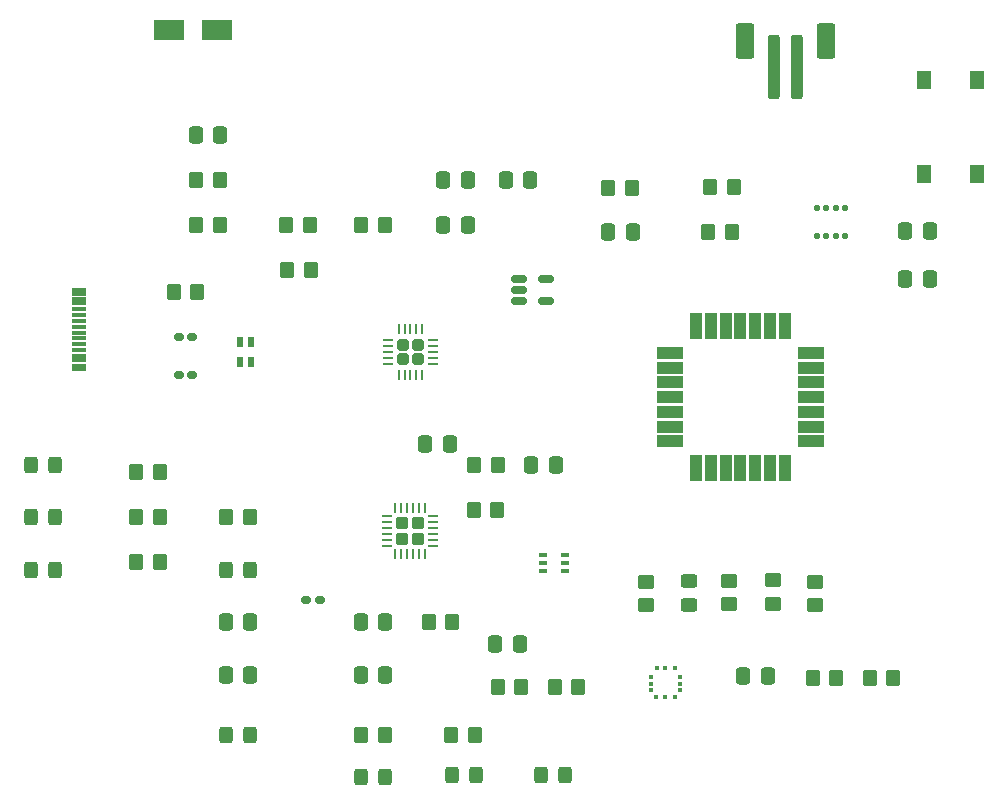
<source format=gbr>
%TF.GenerationSoftware,KiCad,Pcbnew,(6.0.0)*%
%TF.CreationDate,2022-01-26T18:28:15-05:00*%
%TF.ProjectId,aether,61657468-6572-42e6-9b69-6361645f7063,1*%
%TF.SameCoordinates,Original*%
%TF.FileFunction,Paste,Top*%
%TF.FilePolarity,Positive*%
%FSLAX46Y46*%
G04 Gerber Fmt 4.6, Leading zero omitted, Abs format (unit mm)*
G04 Created by KiCad (PCBNEW (6.0.0)) date 2022-01-26 18:28:15*
%MOMM*%
%LPD*%
G01*
G04 APERTURE LIST*
G04 Aperture macros list*
%AMRoundRect*
0 Rectangle with rounded corners*
0 $1 Rounding radius*
0 $2 $3 $4 $5 $6 $7 $8 $9 X,Y pos of 4 corners*
0 Add a 4 corners polygon primitive as box body*
4,1,4,$2,$3,$4,$5,$6,$7,$8,$9,$2,$3,0*
0 Add four circle primitives for the rounded corners*
1,1,$1+$1,$2,$3*
1,1,$1+$1,$4,$5*
1,1,$1+$1,$6,$7*
1,1,$1+$1,$8,$9*
0 Add four rect primitives between the rounded corners*
20,1,$1+$1,$2,$3,$4,$5,0*
20,1,$1+$1,$4,$5,$6,$7,0*
20,1,$1+$1,$6,$7,$8,$9,0*
20,1,$1+$1,$8,$9,$2,$3,0*%
G04 Aperture macros list end*
%ADD10R,2.500000X1.800000*%
%ADD11RoundRect,0.250000X-0.350000X-0.450000X0.350000X-0.450000X0.350000X0.450000X-0.350000X0.450000X0*%
%ADD12RoundRect,0.250000X-0.337500X-0.475000X0.337500X-0.475000X0.337500X0.475000X-0.337500X0.475000X0*%
%ADD13RoundRect,0.250000X0.450000X-0.350000X0.450000X0.350000X-0.450000X0.350000X-0.450000X-0.350000X0*%
%ADD14RoundRect,0.250000X0.350000X0.450000X-0.350000X0.450000X-0.350000X-0.450000X0.350000X-0.450000X0*%
%ADD15RoundRect,0.250000X0.337500X0.475000X-0.337500X0.475000X-0.337500X-0.475000X0.337500X-0.475000X0*%
%ADD16R,1.300000X1.550000*%
%ADD17RoundRect,0.150000X-0.512500X-0.150000X0.512500X-0.150000X0.512500X0.150000X-0.512500X0.150000X0*%
%ADD18RoundRect,0.160000X0.222500X0.160000X-0.222500X0.160000X-0.222500X-0.160000X0.222500X-0.160000X0*%
%ADD19RoundRect,0.250000X-0.275000X-0.275000X0.275000X-0.275000X0.275000X0.275000X-0.275000X0.275000X0*%
%ADD20RoundRect,0.062500X-0.350000X-0.062500X0.350000X-0.062500X0.350000X0.062500X-0.350000X0.062500X0*%
%ADD21RoundRect,0.062500X-0.062500X-0.350000X0.062500X-0.350000X0.062500X0.350000X-0.062500X0.350000X0*%
%ADD22RoundRect,0.250000X0.325000X0.450000X-0.325000X0.450000X-0.325000X-0.450000X0.325000X-0.450000X0*%
%ADD23RoundRect,0.250000X-0.250000X-2.500000X0.250000X-2.500000X0.250000X2.500000X-0.250000X2.500000X0*%
%ADD24RoundRect,0.250000X-0.550000X-1.250000X0.550000X-1.250000X0.550000X1.250000X-0.550000X1.250000X0*%
%ADD25RoundRect,0.250000X-0.450000X0.350000X-0.450000X-0.350000X0.450000X-0.350000X0.450000X0.350000X0*%
%ADD26R,0.375000X0.350000*%
%ADD27R,0.350000X0.375000*%
%ADD28RoundRect,0.250000X-0.255000X-0.255000X0.255000X-0.255000X0.255000X0.255000X-0.255000X0.255000X0*%
%ADD29R,2.300000X1.000000*%
%ADD30R,1.000000X2.300000*%
%ADD31R,1.150000X0.300000*%
%ADD32RoundRect,0.250000X-0.325000X-0.450000X0.325000X-0.450000X0.325000X0.450000X-0.325000X0.450000X0*%
%ADD33RoundRect,0.025500X-0.229500X-0.354500X0.229500X-0.354500X0.229500X0.354500X-0.229500X0.354500X0*%
%ADD34RoundRect,0.125000X-0.125000X-0.137500X0.125000X-0.137500X0.125000X0.137500X-0.125000X0.137500X0*%
%ADD35R,0.650000X0.400000*%
%ADD36RoundRect,0.250000X-0.450000X0.325000X-0.450000X-0.325000X0.450000X-0.325000X0.450000X0.325000X0*%
G04 APERTURE END LIST*
D10*
%TO.C,D1*%
X133445000Y-72390000D03*
X129445000Y-72390000D03*
%TD*%
D11*
%TO.C,R10*%
X139335000Y-88900000D03*
X141335000Y-88900000D03*
%TD*%
D12*
%TO.C,C15*%
X191748500Y-93472000D03*
X193823500Y-93472000D03*
%TD*%
D13*
%TO.C,R26*%
X169799000Y-121142000D03*
X169799000Y-119142000D03*
%TD*%
D14*
%TO.C,R18*%
X168589200Y-85801200D03*
X166589200Y-85801200D03*
%TD*%
D15*
%TO.C,C12*%
X159101700Y-124434600D03*
X157026700Y-124434600D03*
%TD*%
D11*
%TO.C,R20*%
X183912000Y-127254000D03*
X185912000Y-127254000D03*
%TD*%
D14*
%TO.C,R9*%
X133715000Y-85090000D03*
X131715000Y-85090000D03*
%TD*%
D11*
%TO.C,R2*%
X162068000Y-128016000D03*
X164068000Y-128016000D03*
%TD*%
D15*
%TO.C,C3*%
X136292500Y-127000000D03*
X134217500Y-127000000D03*
%TD*%
D11*
%TO.C,R25*%
X175225200Y-85750400D03*
X177225200Y-85750400D03*
%TD*%
D16*
%TO.C,S1*%
X193330000Y-76670000D03*
X193330000Y-84620000D03*
X197830000Y-76670000D03*
X197830000Y-84620000D03*
%TD*%
D12*
%TO.C,C13*%
X191748500Y-89408000D03*
X193823500Y-89408000D03*
%TD*%
D11*
%TO.C,R3*%
X134255000Y-113665000D03*
X136255000Y-113665000D03*
%TD*%
D15*
%TO.C,C14*%
X180107500Y-127101600D03*
X178032500Y-127101600D03*
%TD*%
D17*
%TO.C,U3*%
X159034900Y-93487200D03*
X159034900Y-94437200D03*
X159034900Y-95387200D03*
X161309900Y-95387200D03*
X161309900Y-93487200D03*
%TD*%
D11*
%TO.C,R14*%
X153305000Y-132080000D03*
X155305000Y-132080000D03*
%TD*%
D14*
%TO.C,R15*%
X147685000Y-132080000D03*
X145685000Y-132080000D03*
%TD*%
D11*
%TO.C,R4*%
X126635000Y-113665000D03*
X128635000Y-113665000D03*
%TD*%
D18*
%TO.C,D2*%
X142177500Y-120650000D03*
X141032500Y-120650000D03*
%TD*%
D15*
%TO.C,C11*%
X154707500Y-85090000D03*
X152632500Y-85090000D03*
%TD*%
D19*
%TO.C,U1*%
X150469600Y-115498400D03*
X149169600Y-114198400D03*
X149169600Y-115498400D03*
X150469600Y-114198400D03*
D20*
X147882100Y-113598400D03*
X147882100Y-114098400D03*
X147882100Y-114598400D03*
X147882100Y-115098400D03*
X147882100Y-115598400D03*
X147882100Y-116098400D03*
D21*
X148569600Y-116785900D03*
X149069600Y-116785900D03*
X149569600Y-116785900D03*
X150069600Y-116785900D03*
X150569600Y-116785900D03*
X151069600Y-116785900D03*
D20*
X151757100Y-116098400D03*
X151757100Y-115598400D03*
X151757100Y-115098400D03*
X151757100Y-114598400D03*
X151757100Y-114098400D03*
X151757100Y-113598400D03*
D21*
X151069600Y-112910900D03*
X150569600Y-112910900D03*
X150069600Y-112910900D03*
X149569600Y-112910900D03*
X149069600Y-112910900D03*
X148569600Y-112910900D03*
%TD*%
D11*
%TO.C,R6*%
X126635000Y-117475000D03*
X128635000Y-117475000D03*
%TD*%
D22*
%TO.C,Charge/LBO1*%
X119770000Y-113665000D03*
X117720000Y-113665000D03*
%TD*%
D18*
%TO.C,D3*%
X131382500Y-101600000D03*
X130237500Y-101600000D03*
%TD*%
D22*
%TO.C,RX1*%
X147735400Y-135636000D03*
X145685400Y-135636000D03*
%TD*%
D23*
%TO.C,Battery_Connect1*%
X180610000Y-75574400D03*
X182610000Y-75574400D03*
D24*
X178210000Y-73324400D03*
X185010000Y-73324400D03*
%TD*%
D12*
%TO.C,C16*%
X166602500Y-89560400D03*
X168677500Y-89560400D03*
%TD*%
D15*
%TO.C,C5*%
X147722500Y-122555000D03*
X145647500Y-122555000D03*
%TD*%
D22*
%TO.C,L1*%
X136280000Y-132080000D03*
X134230000Y-132080000D03*
%TD*%
%TO.C,Done1*%
X119770000Y-109220000D03*
X117720000Y-109220000D03*
%TD*%
D14*
%TO.C,R13*%
X157210000Y-113030000D03*
X155210000Y-113030000D03*
%TD*%
D11*
%TO.C,R11*%
X145685000Y-88900000D03*
X147685000Y-88900000D03*
%TD*%
D15*
%TO.C,C10*%
X160020000Y-85090000D03*
X157945000Y-85090000D03*
%TD*%
D22*
%TO.C,Power_On1*%
X119770000Y-118110000D03*
X117720000Y-118110000D03*
%TD*%
D25*
%TO.C,R19*%
X176809400Y-119040400D03*
X176809400Y-121040400D03*
%TD*%
D15*
%TO.C,C9*%
X147722500Y-127000000D03*
X145647500Y-127000000D03*
%TD*%
D14*
%TO.C,R1*%
X131810000Y-94615000D03*
X129810000Y-94615000D03*
%TD*%
D15*
%TO.C,C2*%
X133752500Y-81280000D03*
X131677500Y-81280000D03*
%TD*%
D11*
%TO.C,R24*%
X175072800Y-89509600D03*
X177072800Y-89509600D03*
%TD*%
D26*
%TO.C,ZMOD1*%
X170250000Y-127212000D03*
X170250000Y-127762000D03*
X170250000Y-128312000D03*
X170687500Y-128912000D03*
D27*
X171450000Y-128912000D03*
X172250000Y-128912000D03*
D26*
X172650000Y-128312000D03*
X172650000Y-127762000D03*
X172650000Y-127187000D03*
X172250000Y-126412000D03*
D27*
X171450000Y-126412000D03*
X170700000Y-126412000D03*
%TD*%
D22*
%TO.C,3.3V_Power1*%
X162924600Y-135534400D03*
X160874600Y-135534400D03*
%TD*%
D14*
%TO.C,R17*%
X141400000Y-92710000D03*
X139400000Y-92710000D03*
%TD*%
D28*
%TO.C,U2*%
X150485000Y-100320000D03*
X149235000Y-100320000D03*
X150485000Y-99070000D03*
X149235000Y-99070000D03*
D20*
X147922500Y-98695000D03*
X147922500Y-99195000D03*
X147922500Y-99695000D03*
X147922500Y-100195000D03*
X147922500Y-100695000D03*
D21*
X148860000Y-101632500D03*
X149360000Y-101632500D03*
X149860000Y-101632500D03*
X150360000Y-101632500D03*
X150860000Y-101632500D03*
D20*
X151797500Y-100695000D03*
X151797500Y-100195000D03*
X151797500Y-99695000D03*
X151797500Y-99195000D03*
X151797500Y-98695000D03*
D21*
X150860000Y-97757500D03*
X150360000Y-97757500D03*
X149860000Y-97757500D03*
X149360000Y-97757500D03*
X148860000Y-97757500D03*
%TD*%
D18*
%TO.C,D4*%
X131382500Y-98425000D03*
X130237500Y-98425000D03*
%TD*%
D14*
%TO.C,R12*%
X157260800Y-109220000D03*
X155260800Y-109220000D03*
%TD*%
D15*
%TO.C,C7*%
X154707500Y-88900000D03*
X152632500Y-88900000D03*
%TD*%
D12*
%TO.C,C8*%
X160100100Y-109220000D03*
X162175100Y-109220000D03*
%TD*%
D14*
%TO.C,R16*%
X159242000Y-128016000D03*
X157242000Y-128016000D03*
%TD*%
D29*
%TO.C,U5*%
X171800000Y-99755000D03*
X171800000Y-101005000D03*
X171800000Y-102255000D03*
X171800000Y-103505000D03*
X171800000Y-104755000D03*
X171800000Y-106005000D03*
X171800000Y-107255000D03*
D30*
X174050000Y-109505000D03*
X175300000Y-109505000D03*
X176550000Y-109505000D03*
X177800000Y-109505000D03*
X179050000Y-109505000D03*
X180300000Y-109505000D03*
X181550000Y-109505000D03*
D29*
X183800000Y-107255000D03*
X183800000Y-106005000D03*
X183800000Y-104755000D03*
X183800000Y-103505000D03*
X183800000Y-102255000D03*
X183800000Y-101005000D03*
X183800000Y-99755000D03*
D30*
X181550000Y-97505000D03*
X180300000Y-97505000D03*
X179050000Y-97505000D03*
X177800000Y-97505000D03*
X176550000Y-97505000D03*
X175300000Y-97505000D03*
X174050000Y-97505000D03*
%TD*%
D31*
%TO.C,J1*%
X121780000Y-94440000D03*
X121780000Y-95240000D03*
X121780000Y-96540000D03*
X121780000Y-97540000D03*
X121780000Y-98040000D03*
X121780000Y-99040000D03*
X121780000Y-100340000D03*
X121780000Y-101140000D03*
X121780000Y-100840000D03*
X121780000Y-100040000D03*
X121780000Y-99540000D03*
X121780000Y-98540000D03*
X121780000Y-97040000D03*
X121780000Y-96040000D03*
X121780000Y-95540000D03*
X121780000Y-94740000D03*
%TD*%
D15*
%TO.C,C4*%
X136292500Y-122555000D03*
X134217500Y-122555000D03*
%TD*%
D32*
%TO.C,F1*%
X134230000Y-118110000D03*
X136280000Y-118110000D03*
%TD*%
D33*
%TO.C,FL1*%
X135455000Y-98860000D03*
X135455000Y-100530000D03*
X136325000Y-100530000D03*
X136325000Y-98860000D03*
%TD*%
D25*
%TO.C,R21*%
X180594000Y-119015000D03*
X180594000Y-121015000D03*
%TD*%
D34*
%TO.C,BME1*%
X184270800Y-87509300D03*
X185070800Y-87509300D03*
X185870800Y-87509300D03*
X186670800Y-87509300D03*
X186670800Y-89884300D03*
X185870800Y-89884300D03*
X185070800Y-89884300D03*
X184270800Y-89884300D03*
%TD*%
D11*
%TO.C,R8*%
X131715000Y-88900000D03*
X133715000Y-88900000D03*
%TD*%
%TO.C,R22*%
X188738000Y-127254000D03*
X190738000Y-127254000D03*
%TD*%
D14*
%TO.C,R7*%
X153400000Y-122555000D03*
X151400000Y-122555000D03*
%TD*%
D15*
%TO.C,C6*%
X153183500Y-107442000D03*
X151108500Y-107442000D03*
%TD*%
D11*
%TO.C,R5*%
X126635000Y-109855000D03*
X128635000Y-109855000D03*
%TD*%
D35*
%TO.C,U4*%
X161051200Y-116901200D03*
X161051200Y-117551200D03*
X161051200Y-118201200D03*
X162951200Y-118201200D03*
X162951200Y-117551200D03*
X162951200Y-116901200D03*
%TD*%
D32*
%TO.C,TX1*%
X153356200Y-135534400D03*
X155406200Y-135534400D03*
%TD*%
D13*
%TO.C,R23*%
X184150000Y-121142000D03*
X184150000Y-119142000D03*
%TD*%
D36*
%TO.C,D5*%
X173482000Y-119091600D03*
X173482000Y-121141600D03*
%TD*%
M02*

</source>
